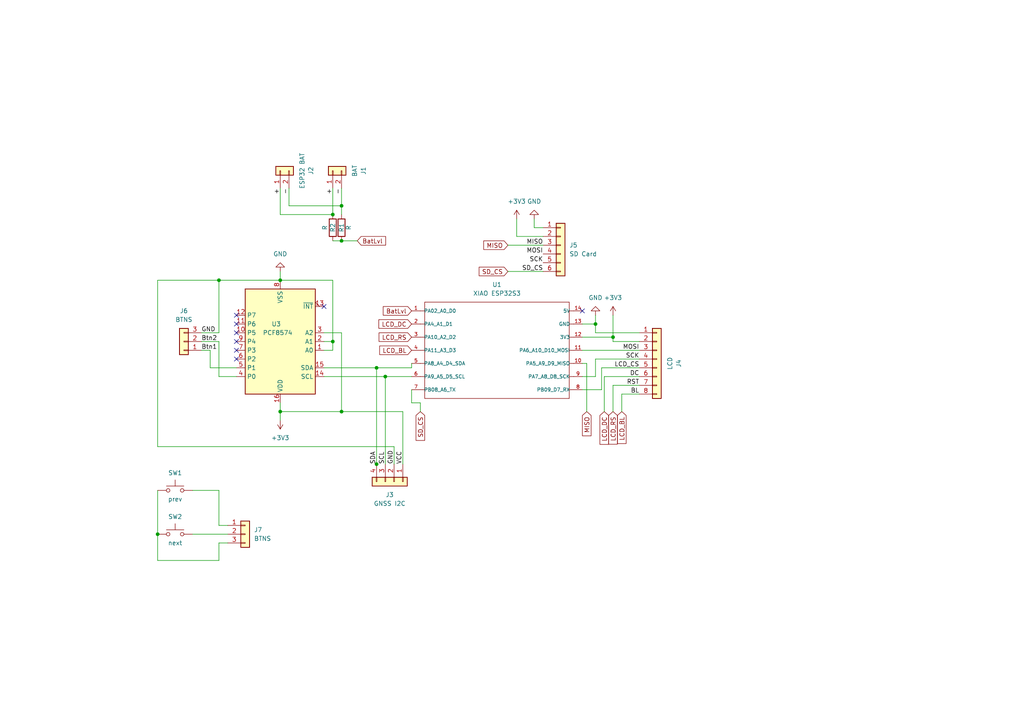
<source format=kicad_sch>
(kicad_sch (version 20230121) (generator eeschema)
  (paper "A4")
  (title_block (title "RouteEsp32") (date "2024-05-26") (rev "1"))
  (lib_symbols
    (symbol "Connector_Generic:Conn_01x02" (pin_names (offset 1.016) hide)
      (property "Reference" "J" (at 0 2.54 0))
      (property "Value" "Conn_01x02" (at 0 -5.08 0))
      (symbol "Conn_01x02_1_1"
        (rectangle (start -1.27 -2.413) (end 0 -2.667) (stroke (width 0.1524)))
        (rectangle (start -1.27 0.127) (end 0 -0.127) (stroke (width 0.1524)))
        (rectangle (start -1.27 1.27) (end 1.27 -3.81) (stroke (width 0.254)) (fill (type background)))
        (pin passive line (at -5.08 0 0) (length 3.81) (name "Pin_1") (number "1"))
        (pin passive line (at -5.08 -2.54 0) (length 3.81) (name "Pin_2") (number "2"))
      )
    )
    (symbol "Connector_Generic:Conn_01x03" (pin_names (offset 1.016) hide)
      (property "Reference" "J" (at 0 5.08 0))
      (property "Value" "Conn_01x03" (at 0 -5.08 0))
      (symbol "Conn_01x03_1_1"
        (rectangle (start -1.27 -2.413) (end 0 -2.667) (stroke (width 0.1524)))
        (rectangle (start -1.27 0.127) (end 0 -0.127) (stroke (width 0.1524)))
        (rectangle (start -1.27 2.667) (end 0 2.413) (stroke (width 0.1524)))
        (rectangle (start -1.27 3.81) (end 1.27 -3.81) (stroke (width 0.254)) (fill (type background)))
        (pin passive line (at -5.08 2.54 0) (length 3.81) (name "Pin_1") (number "1"))
        (pin passive line (at -5.08 0 0) (length 3.81) (name "Pin_2") (number "2"))
        (pin passive line (at -5.08 -2.54 0) (length 3.81) (name "Pin_3") (number "3"))
      )
    )
    (symbol "Connector_Generic:Conn_01x04" (pin_names (offset 1.016) hide)
      (property "Reference" "J" (at 0 5.08 0))
      (property "Value" "Conn_01x04" (at 0 -7.62 0))
      (symbol "Conn_01x04_1_1"
        (rectangle (start -1.27 -4.953) (end 0 -5.207) (stroke (width 0.1524)))
        (rectangle (start -1.27 -2.413) (end 0 -2.667) (stroke (width 0.1524)))
        (rectangle (start -1.27 0.127) (end 0 -0.127) (stroke (width 0.1524)))
        (rectangle (start -1.27 2.667) (end 0 2.413) (stroke (width 0.1524)))
        (rectangle (start -1.27 3.81) (end 1.27 -6.35) (stroke (width 0.254)) (fill (type background)))
        (pin passive line (at -5.08 2.54 0) (length 3.81) (name "Pin_1") (number "1"))
        (pin passive line (at -5.08 0 0) (length 3.81) (name "Pin_2") (number "2"))
        (pin passive line (at -5.08 -2.54 0) (length 3.81) (name "Pin_3") (number "3"))
        (pin passive line (at -5.08 -5.08 0) (length 3.81) (name "Pin_4") (number "4"))
      )
    )
    (symbol "Connector_Generic:Conn_01x06" (pin_names (offset 1.016) hide)
      (property "Reference" "J" (at 0 7.62 0))
      (property "Value" "Conn_01x06" (at 0 -10.16 0))
      (symbol "Conn_01x06_1_1"
        (rectangle (start -1.27 -7.493) (end 0 -7.747) (stroke (width 0.1524)))
        (rectangle (start -1.27 -4.953) (end 0 -5.207) (stroke (width 0.1524)))
        (rectangle (start -1.27 -2.413) (end 0 -2.667) (stroke (width 0.1524)))
        (rectangle (start -1.27 0.127) (end 0 -0.127) (stroke (width 0.1524)))
        (rectangle (start -1.27 2.667) (end 0 2.413) (stroke (width 0.1524)))
        (rectangle (start -1.27 5.207) (end 0 4.953) (stroke (width 0.1524)))
        (rectangle (start -1.27 6.35) (end 1.27 -8.89) (stroke (width 0.254)) (fill (type background)))
        (pin passive line (at -5.08 5.08 0) (length 3.81) (name "Pin_1") (number "1"))
        (pin passive line (at -5.08 2.54 0) (length 3.81) (name "Pin_2") (number "2"))
        (pin passive line (at -5.08 0 0) (length 3.81) (name "Pin_3") (number "3"))
        (pin passive line (at -5.08 -2.54 0) (length 3.81) (name "Pin_4") (number "4"))
        (pin passive line (at -5.08 -5.08 0) (length 3.81) (name "Pin_5") (number "5"))
        (pin passive line (at -5.08 -7.62 0) (length 3.81) (name "Pin_6") (number "6"))
      )
    )
    (symbol "Connector_Generic:Conn_01x08" (pin_names (offset 1.016) hide)
      (property "Reference" "J" (at 0 10.16 0))
      (property "Value" "Conn_01x08" (at 0 -12.7 0))
      (symbol "Conn_01x08_1_1"
        (rectangle (start -1.27 -10.033) (end 0 -10.287) (stroke (width 0.1524)))
        (rectangle (start -1.27 -7.493) (end 0 -7.747) (stroke (width 0.1524)))
        (rectangle (start -1.27 -4.953) (end 0 -5.207) (stroke (width 0.1524)))
        (rectangle (start -1.27 -2.413) (end 0 -2.667) (stroke (width 0.1524)))
        (rectangle (start -1.27 0.127) (end 0 -0.127) (stroke (width 0.1524)))
        (rectangle (start -1.27 2.667) (end 0 2.413) (stroke (width 0.1524)))
        (rectangle (start -1.27 5.207) (end 0 4.953) (stroke (width 0.1524)))
        (rectangle (start -1.27 7.747) (end 0 7.493) (stroke (width 0.1524)))
        (rectangle (start -1.27 8.89) (end 1.27 -11.43) (stroke (width 0.254)) (fill (type background)))
        (pin passive line (at -5.08 7.62 0) (length 3.81) (name "Pin_1") (number "1"))
        (pin passive line (at -5.08 5.08 0) (length 3.81) (name "Pin_2") (number "2"))
        (pin passive line (at -5.08 2.54 0) (length 3.81) (name "Pin_3") (number "3"))
        (pin passive line (at -5.08 0 0) (length 3.81) (name "Pin_4") (number "4"))
        (pin passive line (at -5.08 -2.54 0) (length 3.81) (name "Pin_5") (number "5"))
        (pin passive line (at -5.08 -5.08 0) (length 3.81) (name "Pin_6") (number "6"))
        (pin passive line (at -5.08 -7.62 0) (length 3.81) (name "Pin_7") (number "7"))
        (pin passive line (at -5.08 -10.16 0) (length 3.81) (name "Pin_8") (number "8"))
      )
    )
    (symbol "Device:R" (pin_numbers hide) (pin_names (offset 0))
      (property "Reference" "R" (at 2.032 0 90))
      (property "Value" "R" (at 0 0 90))
      (symbol "R_0_1"
        (rectangle (start -1.016 -2.54) (end 1.016 2.54) (stroke (width 0.254)))
      )
      (symbol "R_1_1"
        (pin passive line (at 0 3.81 270) (length 1.27) (name "~") (number "1"))
        (pin passive line (at 0 -3.81 90) (length 1.27) (name "~") (number "2"))
      )
    )
    (symbol "Interface_Expansion:PCF8574"
      (property "Reference" "U" (at -8.89 16.51 0))
      (property "Value" "PCF8574" (at 2.54 16.51 0))
      (symbol "PCF8574_0_1"
        (rectangle (start -10.16 15.24) (end 10.16 -15.24) (stroke (width 0.254)) (fill (type background)))
      )
      (symbol "PCF8574_1_1"
        (pin input line (at -12.7 2.54 0) (length 2.54) (name "A0") (number "1"))
        (pin bidirectional line (at 12.7 -2.54 180) (length 2.54) (name "P5") (number "10"))
        (pin bidirectional line (at 12.7 -5.08 180) (length 2.54) (name "P6") (number "11"))
        (pin bidirectional line (at 12.7 -7.62 180) (length 2.54) (name "P7") (number "12"))
        (pin open_collector output_low (at -12.7 -10.16 0) (length 2.54) (name "~{INT}") (number "13"))
        (pin input line (at -12.7 10.16 0) (length 2.54) (name "SCL") (number "14"))
        (pin bidirectional line (at -12.7 7.62 0) (length 2.54) (name "SDA") (number "15"))
        (pin power_in line (at 0 17.78 270) (length 2.54) (name "VDD") (number "16"))
        (pin input line (at -12.7 0 0) (length 2.54) (name "A1") (number "2"))
        (pin input line (at -12.7 -2.54 0) (length 2.54) (name "A2") (number "3"))
        (pin bidirectional line (at 12.7 10.16 180) (length 2.54) (name "P0") (number "4"))
        (pin bidirectional line (at 12.7 7.62 180) (length 2.54) (name "P1") (number "5"))
        (pin bidirectional line (at 12.7 5.08 180) (length 2.54) (name "P2") (number "6"))
        (pin bidirectional line (at 12.7 2.54 180) (length 2.54) (name "P3") (number "7"))
        (pin power_in line (at 0 -17.78 90) (length 2.54) (name "VSS") (number "8"))
        (pin bidirectional line (at 12.7 0 180) (length 2.54) (name "P4") (number "9"))
      )
    )
    (symbol "MOUDLE-SEEEDUINO-XIAO-ESP32S3:MOUDLE-SEEEDUINO-XIAO-ESP32S3" (pin_names (offset 1.016))
      (property "Reference" "U" (at -21.59 15.24 0))
      (property "Value" "MOUDLE-SEEEDUINO-XIAO-ESP32S3" (at -21.59 13.97 0))
      (symbol "MOUDLE-SEEEDUINO-XIAO-ESP32S3_0_0"
        (polyline (pts (xy -21.59 -13.97) (xy -21.59 0)) (stroke (width 0.1524)))
        (polyline (pts (xy -21.59 -11.43) (xy -22.86 -11.43)) (stroke (width 0.1524)))
        (polyline (pts (xy -21.59 -7.62) (xy -22.86 -7.62)) (stroke (width 0.1524)))
        (polyline (pts (xy -21.59 -3.81) (xy -22.86 -3.81)) (stroke (width 0.1524)))
        (polyline (pts (xy -21.59 0) (xy -22.86 0)) (stroke (width 0.1524)))
        (polyline (pts (xy -21.59 0) (xy -21.59 3.81)) (stroke (width 0.1524)))
        (polyline (pts (xy -21.59 3.81) (xy -22.86 3.81)) (stroke (width 0.1524)))
        (polyline (pts (xy -21.59 3.81) (xy -21.59 7.62)) (stroke (width 0.1524)))
        (polyline (pts (xy -21.59 7.62) (xy -22.86 7.62)) (stroke (width 0.1524)))
        (polyline (pts (xy -21.59 7.62) (xy -21.59 11.43)) (stroke (width 0.1524)))
        (polyline (pts (xy -21.59 11.43) (xy -22.86 11.43)) (stroke (width 0.1524)))
        (polyline (pts (xy -21.59 11.43) (xy -21.59 13.97)) (stroke (width 0.1524)))
        (polyline (pts (xy -21.59 13.97) (xy 20.32 13.97)) (stroke (width 0.1524)))
        (polyline (pts (xy 20.32 -13.97) (xy -21.59 -13.97)) (stroke (width 0.1524)))
        (polyline (pts (xy 20.32 3.81) (xy 20.32 -13.97)) (stroke (width 0.1524)))
        (polyline (pts (xy 20.32 7.62) (xy 20.32 3.81)) (stroke (width 0.1524)))
        (polyline (pts (xy 20.32 11.43) (xy 20.32 7.62)) (stroke (width 0.1524)))
        (polyline (pts (xy 20.32 13.97) (xy 20.32 11.43)) (stroke (width 0.1524)))
        (polyline (pts (xy 21.59 -11.43) (xy 20.32 -11.43)) (stroke (width 0.1524)))
        (polyline (pts (xy 21.59 -7.62) (xy 20.32 -7.62)) (stroke (width 0.1524)))
        (polyline (pts (xy 21.59 -3.81) (xy 20.32 -3.81)) (stroke (width 0.1524)))
        (polyline (pts (xy 21.59 0) (xy 20.32 0)) (stroke (width 0.1524)))
        (polyline (pts (xy 21.59 3.81) (xy 20.32 3.81)) (stroke (width 0.1524)))
        (polyline (pts (xy 21.59 7.62) (xy 20.32 7.62)) (stroke (width 0.1524)))
        (polyline (pts (xy 21.59 11.43) (xy 20.32 11.43)) (stroke (width 0.1524)))
        (pin bidirectional line (at -25.4 11.43 0) (length 2.54) (name "PA02_A0_D0") (number "1"))
        (pin bidirectional line (at 24.13 -3.81 180) (length 2.54) (name "PA5_A9_D9_MISO") (number "10"))
        (pin bidirectional line (at 24.13 0 180) (length 2.54) (name "PA6_A10_D10_MOSI") (number "11"))
        (pin bidirectional line (at 24.13 3.81 180) (length 2.54) (name "3V3") (number "12"))
        (pin bidirectional line (at 24.13 7.62 180) (length 2.54) (name "GND") (number "13"))
        (pin bidirectional line (at 24.13 11.43 180) (length 2.54) (name "5V") (number "14"))
        (pin bidirectional line (at -25.4 7.62 0) (length 2.54) (name "PA4_A1_D1") (number "2"))
        (pin bidirectional line (at -25.4 3.81 0) (length 2.54) (name "PA10_A2_D2") (number "3"))
        (pin bidirectional line (at -25.4 0 0) (length 2.54) (name "PA11_A3_D3") (number "4"))
        (pin bidirectional line (at -25.4 -3.81 0) (length 2.54) (name "PA8_A4_D4_SDA") (number "5"))
        (pin bidirectional line (at -25.4 -7.62 0) (length 2.54) (name "PA9_A5_D5_SCL") (number "6"))
        (pin bidirectional line (at -25.4 -11.43 0) (length 2.54) (name "PB08_A6_TX") (number "7"))
        (pin bidirectional line (at 24.13 -11.43 180) (length 2.54) (name "PB09_D7_RX") (number "8"))
        (pin bidirectional line (at 24.13 -7.62 180) (length 2.54) (name "PA7_A8_D8_SCK") (number "9"))
      )
    )
    (symbol "Switch:SW_MEC_5G" (pin_numbers hide) (pin_names (offset 1.016) hide)
      (property "Reference" "SW" (at 1.27 2.54 0))
      (property "Value" "SW_MEC_5G" (at 0 -1.524 0))
      (symbol "SW_MEC_5G_0_1"
        (circle (center -2.032 0) (radius 0.508))
        (polyline (pts (xy 0 1.27) (xy 0 3.048)))
        (polyline (pts (xy 2.54 1.27) (xy -2.54 1.27)))
        (circle (center 2.032 0) (radius 0.508))
        (pin passive line (at -5.08 0 0) (length 2.54) (name "A") (number "1"))
        (pin passive line (at 5.08 0 180) (length 2.54) (name "B") (number "3"))
      )
      (symbol "SW_MEC_5G_1_1"
        (pin passive line (at -5.08 0 0) (length 2.54) hide (name "A") (number "2"))
        (pin passive line (at 5.08 0 180) (length 2.54) hide (name "B") (number "4"))
      )
    )
    (symbol "power:+3V3" (power) (pin_names (offset 0))
      (property "Value" "+3V3" (at 0 3.556 0))
      (symbol "+3V3_0_1"
        (polyline (pts (xy -0.762 1.27) (xy 0 2.54)))
        (polyline (pts (xy 0 0) (xy 0 2.54)))
        (polyline (pts (xy 0 2.54) (xy 0.762 1.27)))
      )
      (symbol "+3V3_1_1"
        (pin power_in line (at 0 0 90) (length 0) hide (name "+3V3") (number "1"))
      )
    )
    (symbol "power:GND" (power) (pin_names (offset 0))
      (property "Value" "GND" (at 0 -3.81 0))
      (symbol "GND_0_1"
        (polyline (pts (xy 0 0) (xy 0 -1.27) (xy 1.27 -1.27) (xy 0 -2.54) (xy -1.27 -1.27) (xy 0 -1.27)))
      )
      (symbol "GND_1_1"
        (pin power_in line (at 0 0 270) (length 0) hide (name "GND") (number "1"))
      )
    )
  )
  (junction (at 111.76 109.22))
  (junction (at 81.28 119.38))
  (junction (at 99.06 69.85))
  (junction (at 45.72 154.94))
  (junction (at 81.28 81.28))
  (junction (at 99.06 119.38))
  (junction (at 96.52 99.06))
  (junction (at 109.22 134.62))
  (junction (at 96.52 62.23))
  (junction (at 109.22 106.68))
  (junction (at 177.8 97.79))
  (junction (at 99.06 59.69))
  (junction (at 63.5 81.28))
  (junction (at 172.72 93.98))
  (no_connect (at 68.58 96.52))
  (no_connect (at 68.58 104.14))
  (no_connect (at 68.58 91.44))
  (no_connect (at 68.58 93.98))
  (no_connect (at 93.98 88.9))
  (no_connect (at 168.91 90.17))
  (no_connect (at 68.58 101.6))
  (no_connect (at 68.58 99.06))
  (wire (pts (xy 114.3 134.62) (xy 114.3 129.54)))
  (wire (pts (xy 99.06 59.69) (xy 83.82 59.69)))
  (wire (pts (xy 185.42 99.06) (xy 177.8 99.06)))
  (wire (pts (xy 180.34 114.3) (xy 185.42 114.3)))
  (wire (pts (xy 99.06 119.38) (xy 99.06 96.52)))
  (wire (pts (xy 55.88 154.94) (xy 66.04 154.94)))
  (wire (pts (xy 109.22 134.62) (xy 109.22 106.68)))
  (wire (pts (xy 111.76 109.22) (xy 111.76 134.62)))
  (wire (pts (xy 99.06 69.85) (xy 96.52 69.85)))
  (wire (pts (xy 109.22 106.68) (xy 119.38 106.68)))
  (wire (pts (xy 109.22 106.68) (xy 93.98 106.68)))
  (wire (pts (xy 45.72 142.24) (xy 45.72 154.94)))
  (wire (pts (xy 99.06 54.61) (xy 99.06 59.69)))
  (wire (pts (xy 99.06 59.69) (xy 99.06 62.23)))
  (wire (pts (xy 63.5 99.06) (xy 63.5 109.22)))
  (wire (pts (xy 172.72 96.52) (xy 172.72 93.98)))
  (wire (pts (xy 119.38 106.68) (xy 119.38 105.41)))
  (wire (pts (xy 45.72 129.54) (xy 45.72 81.28)))
  (wire (pts (xy 60.96 106.68) (xy 68.58 106.68)))
  (wire (pts (xy 170.18 119.38) (xy 170.18 105.41)))
  (wire (pts (xy 157.48 66.04) (xy 154.94 66.04)))
  (wire (pts (xy 168.91 97.79) (xy 177.8 97.79)))
  (wire (pts (xy 93.98 96.52) (xy 99.06 96.52)))
  (wire (pts (xy 116.84 119.38) (xy 116.84 134.62)))
  (wire (pts (xy 99.06 119.38) (xy 116.84 119.38)))
  (wire (pts (xy 96.52 101.6) (xy 96.52 99.06)))
  (wire (pts (xy 168.91 109.22) (xy 172.72 109.22)))
  (wire (pts (xy 55.88 142.24) (xy 63.5 142.24)))
  (wire (pts (xy 83.82 54.61) (xy 83.82 59.69)))
  (wire (pts (xy 177.8 97.79) (xy 177.8 91.44)))
  (wire (pts (xy 96.52 54.61) (xy 96.52 62.23)))
  (wire (pts (xy 63.5 142.24) (xy 63.5 152.4)))
  (wire (pts (xy 168.91 93.98) (xy 172.72 93.98)))
  (wire (pts (xy 96.52 81.28) (xy 96.52 99.06)))
  (wire (pts (xy 63.5 81.28) (xy 81.28 81.28)))
  (wire (pts (xy 185.42 96.52) (xy 172.72 96.52)))
  (wire (pts (xy 149.86 68.58) (xy 149.86 63.5)))
  (wire (pts (xy 96.52 62.23) (xy 81.28 62.23)))
  (wire (pts (xy 81.28 119.38) (xy 99.06 119.38)))
  (wire (pts (xy 63.5 157.48) (xy 66.04 157.48)))
  (wire (pts (xy 109.1871 134.62) (xy 109.22 134.62)))
  (wire (pts (xy 93.98 101.6) (xy 96.52 101.6)))
  (wire (pts (xy 177.8 119.38) (xy 177.8 111.76)))
  (wire (pts (xy 81.28 78.74) (xy 81.28 81.28)))
  (wire (pts (xy 177.8 99.06) (xy 177.8 97.79)))
  (wire (pts (xy 168.91 101.6) (xy 185.42 101.6)))
  (wire (pts (xy 93.98 99.06) (xy 96.52 99.06)))
  (wire (pts (xy 175.26 109.22) (xy 185.42 109.22)))
  (wire (pts (xy 119.38 116.84) (xy 121.92 116.84)))
  (wire (pts (xy 114.3 129.54) (xy 45.72 129.54)))
  (wire (pts (xy 58.42 96.52) (xy 63.5 96.52)))
  (wire (pts (xy 63.5 109.22) (xy 68.58 109.22)))
  (wire (pts (xy 172.72 109.22) (xy 172.72 104.14)))
  (wire (pts (xy 147.32 71.12) (xy 157.5129 71.12)))
  (wire (pts (xy 63.5 152.4) (xy 66.04 152.4)))
  (wire (pts (xy 147.32 78.74) (xy 157.5129 78.74)))
  (wire (pts (xy 170.18 105.41) (xy 168.91 105.41)))
  (wire (pts (xy 63.5 157.48) (xy 63.5 162.56)))
  (wire (pts (xy 103.6217 69.85) (xy 99.06 69.85)))
  (wire (pts (xy 172.72 93.98) (xy 172.72 91.44)))
  (wire (pts (xy 60.96 101.6) (xy 60.96 106.68)))
  (wire (pts (xy 175.26 119.38) (xy 175.26 109.22)))
  (wire (pts (xy 177.8 111.76) (xy 185.42 111.76)))
  (wire (pts (xy 63.5 162.56) (xy 45.72 162.56)))
  (wire (pts (xy 172.72 104.14) (xy 185.42 104.14)))
  (wire (pts (xy 174.4895 113.03) (xy 174.4895 106.68)))
  (wire (pts (xy 58.42 99.06) (xy 63.5 99.06)))
  (wire (pts (xy 81.28 121.92) (xy 81.28 119.38)))
  (wire (pts (xy 81.28 116.84) (xy 81.28 119.38)))
  (wire (pts (xy 157.5129 68.58) (xy 149.86 68.58)))
  (wire (pts (xy 81.28 54.61) (xy 81.28 62.23)))
  (wire (pts (xy 45.72 81.28) (xy 63.5 81.28)))
  (wire (pts (xy 63.5 81.28) (xy 63.5 96.52)))
  (wire (pts (xy 174.4895 106.68) (xy 185.42 106.68)))
  (wire (pts (xy 168.91 113.03) (xy 174.4895 113.03)))
  (wire (pts (xy 96.52 81.28) (xy 81.28 81.28)))
  (wire (pts (xy 180.34 119.38) (xy 180.34 114.3)))
  (wire (pts (xy 154.94 66.04) (xy 154.94 63.5)))
  (wire (pts (xy 93.98 109.22) (xy 111.76 109.22)))
  (wire (pts (xy 58.42 101.6) (xy 60.96 101.6)))
  (wire (pts (xy 121.92 116.84) (xy 121.92 119.38)))
  (wire (pts (xy 45.72 154.94) (xy 45.72 162.56)))
  (wire (pts (xy 119.38 113.03) (xy 119.38 116.84)))
  (wire (pts (xy 111.76 109.22) (xy 119.38 109.22)))
  (label "+" (at 81.28 54.61 270))
  (label "MISO" (at 157.5129 71.12 180))
  (label "GND" (at 114.3 134.62 90))
  (label "+" (at 96.52 54.61 270))
  (label "DC" (at 185.42 109.22 180))
  (label "MOSI" (at 157.5129 73.66 180))
  (label "SCL" (at 111.76 134.62 90))
  (label "GND" (at 58.42 96.52 0))
  (label "SCK" (at 157.5129 76.2 180))
  (label "RST" (at 185.42 111.76 180))
  (label "MOSI" (at 185.42 101.6 180))
  (label "SCK" (at 185.42 104.14 180))
  (label "Btn2" (at 58.42 99.06 0))
  (label "-" (at 99.06 54.61 270))
  (label "Btn1" (at 58.42 101.6 0))
  (label "SD_CS" (at 157.5129 78.74 180))
  (label "BL" (at 185.42 114.3 180))
  (label "LCD_CS" (at 185.42 106.68 180))
  (label "-" (at 83.82 54.5771 270))
  (label "VCC" (at 116.84 134.62 90))
  (label "SDA" (at 109.22 134.62 90))
  (global_label "BatLvl" (shape input) (at 119.38 90.17 180) (property "Intersheetrefs" "${INTERSHEET_REFS}" (effects hide)))
  (global_label "LCD_BL" (shape input) (at 119.38 101.6 180) (property "Intersheetrefs" "${INTERSHEET_REFS}" (effects hide)))
  (global_label "MISO" (shape input) (at 147.32 71.12 180) (property "Intersheetrefs" "${INTERSHEET_REFS}" (effects hide)))
  (global_label "SD_CS" (shape input) (at 147.32 78.74 180) (property "Intersheetrefs" "${INTERSHEET_REFS}" (effects hide)))
  (global_label "BatLvl" (shape input) (at 103.6217 69.85 0) (property "Intersheetrefs" "${INTERSHEET_REFS}" (effects hide)))
  (global_label "LCD_RS" (shape input) (at 177.8 119.38 270) (property "Intersheetrefs" "${INTERSHEET_REFS}" (effects hide)))
  (global_label "LCD_RS" (shape input) (at 119.38 97.79 180) (property "Intersheetrefs" "${INTERSHEET_REFS}" (effects hide)))
  (global_label "SD_CS" (shape input) (at 121.92 119.38 270) (property "Intersheetrefs" "${INTERSHEET_REFS}" (effects hide)))
  (global_label "LCD_DC" (shape input) (at 119.38 93.98 180) (property "Intersheetrefs" "${INTERSHEET_REFS}" (effects hide)))
  (global_label "LCD_DC" (shape input) (at 175.26 119.38 270) (property "Intersheetrefs" "${INTERSHEET_REFS}" (effects hide)))
  (global_label "MISO" (shape input) (at 170.18 119.38 270) (property "Intersheetrefs" "${INTERSHEET_REFS}" (effects hide)))
  (global_label "LCD_BL" (shape input) (at 180.34 119.38 270) (property "Intersheetrefs" "${INTERSHEET_REFS}" (effects hide)))
  (symbol (lib_id "power:+3V3") (at 81.28 121.92 180) (unit 1)
    (property "Reference" "#PWR07" (effects hide))
    (property "Value" "+3V3" (at 81.28 127 0))
  )
  (symbol (lib_id "power:GND") (at 154.94 63.5 180) (unit 1)
    (property "Reference" "#PWR01" (effects hide))
    (property "Value" "GND" (at 154.94 58.42 0))
  )
  (symbol (lib_id "Switch:SW_MEC_5G") (at 50.8 142.24 0) (unit 1)
    (property "Reference" "SW1" (at 50.8 137.16 0))
    (property "Value" "prev" (at 50.8 144.78 0))
    (property "Footprint" "Connector_PinHeader_2.54mm:PinHeader_1x02_P2.54mm_Vertical" (effects hide))
    (property "Datasheet" "http://www.apem.com/int/index.php?controller=attachment&id_attachment=488" (effects hide))
  )
  (symbol (lib_id "Interface_Expansion:PCF8574") (at 81.28 99.06 180) (unit 1)
    (property "Reference" "U3" (at 78.74 93.98 0) (effects (justify right)))
    (property "Value" "PCF8574" (at 76.2 96.52 0) (effects (justify right)))
    (property "Footprint" "Package_DIP:DIP-16_W7.62mm" (effects hide))
    (property "Datasheet" "http://www.nxp.com/documents/data_sheet/PCF8574_PCF8574A.pdf" (effects hide))
  )
  (symbol (lib_id "power:GND") (at 81.28 78.74 180) (unit 1)
    (property "Reference" "#PWR08" (effects hide))
    (property "Value" "GND" (at 81.28 73.66 0))
  )
  (symbol (lib_id "Switch:SW_MEC_5G") (at 50.8 154.94 0) (unit 1)
    (property "Reference" "SW2" (at 50.8 149.86 0))
    (property "Value" "next" (at 50.8 157.48 0))
    (property "Footprint" "Connector_PinHeader_2.54mm:PinHeader_1x02_P2.54mm_Vertical" (effects hide))
    (property "Datasheet" "http://www.apem.com/int/index.php?controller=attachment&id_attachment=488" (effects hide))
  )
  (symbol (lib_id "Device:R") (at 96.52 66.04 180) (unit 1)
    (property "Reference" "R2" (at 96.52 66.04 90))
    (property "Value" "R" (at 94.234 66.04 90))
    (property "Footprint" "Resistor_THT:R_Axial_DIN0207_L6.3mm_D2.5mm_P2.54mm_Vertical" (effects hide))
  )
  (symbol (lib_id "MOUDLE-SEEEDUINO-XIAO-ESP32S3:MOUDLE-SEEEDUINO-XIAO-ESP32S3") (at 144.78 101.6 0) (unit 1)
    (property "Reference" "U1" (at 144.145 82.55 0))
    (property "Value" "XIAO ESP32S3" (at 144.145 85.09 0))
    (property "Footprint" "xiao ESP32C3_PCB:DIP-14_W15.24mm_LongPads" (effects hide))
  )
  (symbol (lib_id "Connector_Generic:Conn_01x02") (at 81.28 49.53 90) (unit 1)
    (property "Reference" "J2" (at 90.17 49.53 0))
    (property "Value" "ESP32 BAT" (at 87.63 49.53 0))
    (property "Footprint" "Connector_JST:JST_PH_S2B-PH-K_1x02_P2.00mm_Horizontal" (effects hide))
  )
  (symbol (lib_id "Connector_Generic:Conn_01x08") (at 190.5 104.14 0) (unit 1)
    (property "Reference" "J4" (at 196.85 105.41 90))
    (property "Value" "LCD" (at 194.31 105.41 90))
    (property "Footprint" "Connector_JST:JST_GH_SM08B-GHS-TB_1x08-1MP_P1.25mm_Horizontal" (effects hide))
  )
  (symbol (lib_id "power:+3V3") (at 177.8 91.44 0) (unit 1)
    (property "Reference" "#PWR010" (effects hide))
    (property "Value" "+3V3" (at 177.8 86.36 0))
  )
  (symbol (lib_id "Connector_Generic:Conn_01x03") (at 71.12 154.94 0) (unit 1)
    (property "Reference" "J7" (at 73.66 153.67 0) (effects (justify left)))
    (property "Value" "BTNS" (at 73.66 156.21 0) (effects (justify left)))
    (property "Footprint" "Connector_PinHeader_2.54mm:PinHeader_1x03_P2.54mm_Horizontal" (effects hide))
  )
  (symbol (lib_id "Device:R") (at 99.06 66.04 180) (unit 1)
    (property "Reference" "R1" (at 99.06 66.04 90))
    (property "Value" "R" (at 101.092 66.04 90))
    (property "Footprint" "Resistor_THT:R_Axial_DIN0207_L6.3mm_D2.5mm_P2.54mm_Vertical" (effects hide))
  )
  (symbol (lib_id "Connector_Generic:Conn_01x04") (at 114.3 139.7 270) (unit 1)
    (property "Reference" "J3" (at 113.03 143.51 90))
    (property "Value" "GNSS I2C" (at 113.03 146.05 90))
    (property "Footprint" "Connector_JST:JST_PH_S4B-PH-K_1x04_P2.00mm_Horizontal" (effects hide))
  )
  (symbol (lib_id "Connector_Generic:Conn_01x02") (at 96.52 49.53 90) (unit 1)
    (property "Reference" "J1" (at 105.41 49.53 0))
    (property "Value" "BAT" (at 102.87 49.53 0))
    (property "Footprint" "Connector_JST:JST_PH_S2B-PH-K_1x02_P2.00mm_Horizontal" (effects hide))
  )
  (symbol (lib_id "power:+3V3") (at 149.86 63.5 0) (unit 1)
    (property "Reference" "#PWR02" (effects hide))
    (property "Value" "+3V3" (at 149.86 58.42 0))
  )
  (symbol (lib_id "power:GND") (at 172.72 91.44 180) (unit 1)
    (property "Reference" "#PWR09" (effects hide))
    (property "Value" "GND" (at 172.72 86.36 0))
  )
  (symbol (lib_id "Connector_Generic:Conn_01x03") (at 53.34 99.06 180) (unit 1)
    (property "Reference" "J6" (at 53.34 90.17 0))
    (property "Value" "BTNS" (at 53.34 92.71 0))
    (property "Footprint" "Connector_PinHeader_2.54mm:PinHeader_1x03_P2.54mm_Horizontal" (effects hide))
  )
  (symbol (lib_id "Connector_Generic:Conn_01x06") (at 162.5929 71.12 0) (unit 1)
    (property "Reference" "J5" (at 165.1329 71.12 0) (effects (justify left)))
    (property "Value" "SD Card" (at 165.1329 73.66 0) (effects (justify left)))
    (property "Footprint" "Resistor_THT:R_Array_SIP6" (effects hide))
  )
)
</source>
